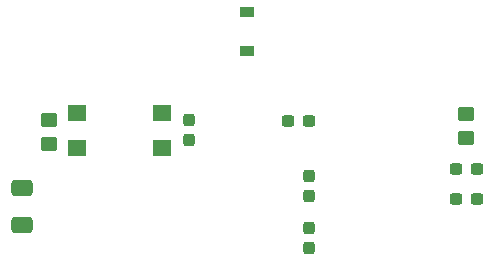
<source format=gbr>
%TF.GenerationSoftware,KiCad,Pcbnew,(6.0.1)*%
%TF.CreationDate,2022-03-08T00:57:02-06:00*%
%TF.ProjectId,mcu_board,6d63755f-626f-4617-9264-2e6b69636164,rev?*%
%TF.SameCoordinates,Original*%
%TF.FileFunction,Paste,Top*%
%TF.FilePolarity,Positive*%
%FSLAX46Y46*%
G04 Gerber Fmt 4.6, Leading zero omitted, Abs format (unit mm)*
G04 Created by KiCad (PCBNEW (6.0.1)) date 2022-03-08 00:57:02*
%MOMM*%
%LPD*%
G01*
G04 APERTURE LIST*
G04 Aperture macros list*
%AMRoundRect*
0 Rectangle with rounded corners*
0 $1 Rounding radius*
0 $2 $3 $4 $5 $6 $7 $8 $9 X,Y pos of 4 corners*
0 Add a 4 corners polygon primitive as box body*
4,1,4,$2,$3,$4,$5,$6,$7,$8,$9,$2,$3,0*
0 Add four circle primitives for the rounded corners*
1,1,$1+$1,$2,$3*
1,1,$1+$1,$4,$5*
1,1,$1+$1,$6,$7*
1,1,$1+$1,$8,$9*
0 Add four rect primitives between the rounded corners*
20,1,$1+$1,$2,$3,$4,$5,0*
20,1,$1+$1,$4,$5,$6,$7,0*
20,1,$1+$1,$6,$7,$8,$9,0*
20,1,$1+$1,$8,$9,$2,$3,0*%
G04 Aperture macros list end*
%ADD10R,1.600000X1.400000*%
%ADD11RoundRect,0.237500X0.237500X-0.300000X0.237500X0.300000X-0.237500X0.300000X-0.237500X-0.300000X0*%
%ADD12RoundRect,0.237500X-0.237500X0.300000X-0.237500X-0.300000X0.237500X-0.300000X0.237500X0.300000X0*%
%ADD13RoundRect,0.250000X0.450000X-0.350000X0.450000X0.350000X-0.450000X0.350000X-0.450000X-0.350000X0*%
%ADD14RoundRect,0.250000X-0.450000X0.350000X-0.450000X-0.350000X0.450000X-0.350000X0.450000X0.350000X0*%
%ADD15RoundRect,0.250000X-0.650000X0.412500X-0.650000X-0.412500X0.650000X-0.412500X0.650000X0.412500X0*%
%ADD16RoundRect,0.237500X-0.300000X-0.237500X0.300000X-0.237500X0.300000X0.237500X-0.300000X0.237500X0*%
%ADD17R,1.200000X0.900000*%
%ADD18RoundRect,0.237500X0.300000X0.237500X-0.300000X0.237500X-0.300000X-0.237500X0.300000X-0.237500X0*%
G04 APERTURE END LIST*
D10*
%TO.C,SW1*%
X215944000Y-105810000D03*
X208744000Y-105810000D03*
X215944000Y-108810000D03*
X208744000Y-108810000D03*
%TD*%
D11*
%TO.C,C10*%
X228346000Y-112871500D03*
X228346000Y-111146500D03*
%TD*%
D12*
%TO.C,C12*%
X228346000Y-115591500D03*
X228346000Y-117316500D03*
%TD*%
D13*
%TO.C,R6*%
X206375000Y-108437000D03*
X206375000Y-106437000D03*
%TD*%
D12*
%TO.C,C11*%
X218186000Y-106447500D03*
X218186000Y-108172500D03*
%TD*%
D14*
%TO.C,R1*%
X241681000Y-105929000D03*
X241681000Y-107929000D03*
%TD*%
D15*
%TO.C,C2*%
X204089000Y-112224500D03*
X204089000Y-115349500D03*
%TD*%
D16*
%TO.C,C1*%
X240818500Y-110612000D03*
X242543500Y-110612000D03*
%TD*%
%TO.C,C8*%
X240818500Y-113152000D03*
X242543500Y-113152000D03*
%TD*%
D17*
%TO.C,D1*%
X223139000Y-100578000D03*
X223139000Y-97278000D03*
%TD*%
D18*
%TO.C,C6*%
X228319500Y-106548000D03*
X226594500Y-106548000D03*
%TD*%
M02*

</source>
